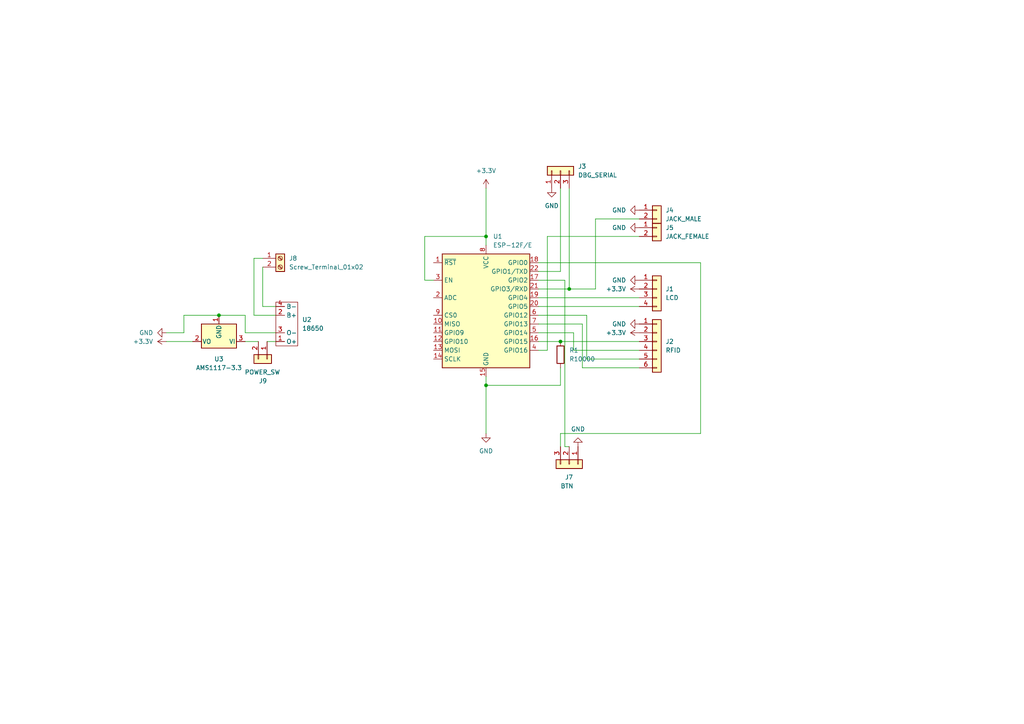
<source format=kicad_sch>
(kicad_sch (version 20230121) (generator eeschema)
  (paper "A4")
  (lib_symbols
    (symbol "18650:18650"
      (property "Reference" "U" (at -8.89 -5.08 0))
      (property "Value" "18650" (at -5.08 -5.08 0))
      (symbol "18650_0_1"
        (rectangle (start -8.89 -6.35) (end -2.54 -19.05))
      )
      (symbol "18650_1_1"
        (pin output line (at -8.89 -17.78 0) (length 2.54) (name "O+") (number "1"))
        (pin input line (at -8.89 -10.16 0) (length 2.54) (name "B+") (number "2"))
        (pin output line (at -8.89 -15.24 0) (length 2.54) (name "O-") (number "3"))
        (pin input line (at -8.89 -7.62 0) (length 2.54) (name "B-") (number "4"))
      )
    )
    (symbol "Connector:Screw_Terminal_01x02" (pin_names (offset 1.016) hide)
      (property "Reference" "J" (at 0 2.54 0))
      (property "Value" "Screw_Terminal_01x02" (at 0 -5.08 0))
      (symbol "Screw_Terminal_01x02_1_1"
        (rectangle (start -1.27 1.27) (end 1.27 -3.81) (stroke (width 0.254)) (fill (type background)))
        (circle (center 0 -2.54) (radius 0.635) (stroke (width 0.1524)))
        (polyline (pts (xy -0.5334 -2.2098) (xy 0.3302 -3.048)) (stroke (width 0.1524)))
        (polyline (pts (xy -0.5334 0.3302) (xy 0.3302 -0.508)) (stroke (width 0.1524)))
        (polyline (pts (xy -0.3556 -2.032) (xy 0.508 -2.8702)) (stroke (width 0.1524)))
        (polyline (pts (xy -0.3556 0.508) (xy 0.508 -0.3302)) (stroke (width 0.1524)))
        (circle (center 0 0) (radius 0.635) (stroke (width 0.1524)))
        (pin passive line (at -5.08 0 0) (length 3.81) (name "Pin_1") (number "1"))
        (pin passive line (at -5.08 -2.54 0) (length 3.81) (name "Pin_2") (number "2"))
      )
    )
    (symbol "Connector_Generic:Conn_01x02" (pin_names (offset 1.016) hide)
      (property "Reference" "J" (at 0 2.54 0))
      (property "Value" "Conn_01x02" (at 0 -5.08 0))
      (symbol "Conn_01x02_1_1"
        (rectangle (start -1.27 -2.413) (end 0 -2.667) (stroke (width 0.1524)))
        (rectangle (start -1.27 0.127) (end 0 -0.127) (stroke (width 0.1524)))
        (rectangle (start -1.27 1.27) (end 1.27 -3.81) (stroke (width 0.254)) (fill (type background)))
        (pin passive line (at -5.08 0 0) (length 3.81) (name "Pin_1") (number "1"))
        (pin passive line (at -5.08 -2.54 0) (length 3.81) (name "Pin_2") (number "2"))
      )
    )
    (symbol "Connector_Generic:Conn_01x03" (pin_names (offset 1.016) hide)
      (property "Reference" "J" (at 0 5.08 0))
      (property "Value" "Conn_01x03" (at 0 -5.08 0))
      (symbol "Conn_01x03_1_1"
        (rectangle (start -1.27 -2.413) (end 0 -2.667) (stroke (width 0.1524)))
        (rectangle (start -1.27 0.127) (end 0 -0.127) (stroke (width 0.1524)))
        (rectangle (start -1.27 2.667) (end 0 2.413) (stroke (width 0.1524)))
        (rectangle (start -1.27 3.81) (end 1.27 -3.81) (stroke (width 0.254)) (fill (type background)))
        (pin passive line (at -5.08 2.54 0) (length 3.81) (name "Pin_1") (number "1"))
        (pin passive line (at -5.08 0 0) (length 3.81) (name "Pin_2") (number "2"))
        (pin passive line (at -5.08 -2.54 0) (length 3.81) (name "Pin_3") (number "3"))
      )
    )
    (symbol "Connector_Generic:Conn_01x04" (pin_names (offset 1.016) hide)
      (property "Reference" "J" (at 0 5.08 0))
      (property "Value" "Conn_01x04" (at 0 -7.62 0))
      (symbol "Conn_01x04_1_1"
        (rectangle (start -1.27 -4.953) (end 0 -5.207) (stroke (width 0.1524)))
        (rectangle (start -1.27 -2.413) (end 0 -2.667) (stroke (width 0.1524)))
        (rectangle (start -1.27 0.127) (end 0 -0.127) (stroke (width 0.1524)))
        (rectangle (start -1.27 2.667) (end 0 2.413) (stroke (width 0.1524)))
        (rectangle (start -1.27 3.81) (end 1.27 -6.35) (stroke (width 0.254)) (fill (type background)))
        (pin passive line (at -5.08 2.54 0) (length 3.81) (name "Pin_1") (number "1"))
        (pin passive line (at -5.08 0 0) (length 3.81) (name "Pin_2") (number "2"))
        (pin passive line (at -5.08 -2.54 0) (length 3.81) (name "Pin_3") (number "3"))
        (pin passive line (at -5.08 -5.08 0) (length 3.81) (name "Pin_4") (number "4"))
      )
    )
    (symbol "Connector_Generic:Conn_01x06" (pin_names (offset 1.016) hide)
      (property "Reference" "J" (at 0 7.62 0))
      (property "Value" "Conn_01x06" (at 0 -10.16 0))
      (symbol "Conn_01x06_1_1"
        (rectangle (start -1.27 -7.493) (end 0 -7.747) (stroke (width 0.1524)))
        (rectangle (start -1.27 -4.953) (end 0 -5.207) (stroke (width 0.1524)))
        (rectangle (start -1.27 -2.413) (end 0 -2.667) (stroke (width 0.1524)))
        (rectangle (start -1.27 0.127) (end 0 -0.127) (stroke (width 0.1524)))
        (rectangle (start -1.27 2.667) (end 0 2.413) (stroke (width 0.1524)))
        (rectangle (start -1.27 5.207) (end 0 4.953) (stroke (width 0.1524)))
        (rectangle (start -1.27 6.35) (end 1.27 -8.89) (stroke (width 0.254)) (fill (type background)))
        (pin passive line (at -5.08 5.08 0) (length 3.81) (name "Pin_1") (number "1"))
        (pin passive line (at -5.08 2.54 0) (length 3.81) (name "Pin_2") (number "2"))
        (pin passive line (at -5.08 0 0) (length 3.81) (name "Pin_3") (number "3"))
        (pin passive line (at -5.08 -2.54 0) (length 3.81) (name "Pin_4") (number "4"))
        (pin passive line (at -5.08 -5.08 0) (length 3.81) (name "Pin_5") (number "5"))
        (pin passive line (at -5.08 -7.62 0) (length 3.81) (name "Pin_6") (number "6"))
      )
    )
    (symbol "Device:R" (pin_numbers hide) (pin_names (offset 0))
      (property "Reference" "R" (at 2.032 0 90))
      (property "Value" "R" (at 0 0 90))
      (symbol "R_0_1"
        (rectangle (start -1.016 -2.54) (end 1.016 2.54) (stroke (width 0.254)))
      )
      (symbol "R_1_1"
        (pin passive line (at 0 3.81 270) (length 1.27) (name "~") (number "1"))
        (pin passive line (at 0 -3.81 90) (length 1.27) (name "~") (number "2"))
      )
    )
    (symbol "RF_Module:ESP-12F"
      (property "Reference" "U" (at -12.7 19.05 0))
      (property "Value" "ESP-12F" (at 12.7 19.05 0))
      (symbol "ESP-12F_0_1"
        (rectangle (start -12.7 17.78) (end 12.7 -15.24) (stroke (width 0.254)) (fill (type background)))
      )
      (symbol "ESP-12F_1_1"
        (pin input line (at -15.24 15.24 0) (length 2.54) (name "~{RST}") (number "1"))
        (pin bidirectional line (at -15.24 -2.54 0) (length 2.54) (name "MISO") (number "10"))
        (pin bidirectional line (at -15.24 -5.08 0) (length 2.54) (name "GPIO9") (number "11"))
        (pin bidirectional line (at -15.24 -7.62 0) (length 2.54) (name "GPIO10") (number "12"))
        (pin bidirectional line (at -15.24 -10.16 0) (length 2.54) (name "MOSI") (number "13"))
        (pin bidirectional line (at -15.24 -12.7 0) (length 2.54) (name "SCLK") (number "14"))
        (pin power_in line (at 0 -17.78 90) (length 2.54) (name "GND") (number "15"))
        (pin bidirectional line (at 15.24 -7.62 180) (length 2.54) (name "GPIO15") (number "16"))
        (pin bidirectional line (at 15.24 10.16 180) (length 2.54) (name "GPIO2") (number "17"))
        (pin bidirectional line (at 15.24 15.24 180) (length 2.54) (name "GPIO0") (number "18"))
        (pin bidirectional line (at 15.24 5.08 180) (length 2.54) (name "GPIO4") (number "19"))
        (pin input line (at -15.24 5.08 0) (length 2.54) (name "ADC") (number "2"))
        (pin bidirectional line (at 15.24 2.54 180) (length 2.54) (name "GPIO5") (number "20"))
        (pin bidirectional line (at 15.24 7.62 180) (length 2.54) (name "GPIO3/RXD") (number "21"))
        (pin bidirectional line (at 15.24 12.7 180) (length 2.54) (name "GPIO1/TXD") (number "22"))
        (pin input line (at -15.24 10.16 0) (length 2.54) (name "EN") (number "3"))
        (pin bidirectional line (at 15.24 -10.16 180) (length 2.54) (name "GPIO16") (number "4"))
        (pin bidirectional line (at 15.24 -5.08 180) (length 2.54) (name "GPIO14") (number "5"))
        (pin bidirectional line (at 15.24 0 180) (length 2.54) (name "GPIO12") (number "6"))
        (pin bidirectional line (at 15.24 -2.54 180) (length 2.54) (name "GPIO13") (number "7"))
        (pin power_in line (at 0 20.32 270) (length 2.54) (name "VCC") (number "8"))
        (pin input line (at -15.24 0 0) (length 2.54) (name "CS0") (number "9"))
      )
    )
    (symbol "Regulator_Linear:AMS1117-3.3" (pin_names (offset 0.254))
      (property "Reference" "U" (at -3.81 3.175 0))
      (property "Value" "AMS1117-3.3" (at 0 3.175 0))
      (symbol "AMS1117-3.3_0_1"
        (rectangle (start -5.08 -5.08) (end 5.08 1.905) (stroke (width 0.254)) (fill (type background)))
      )
      (symbol "AMS1117-3.3_1_1"
        (pin power_in line (at 0 -7.62 90) (length 2.54) (name "GND") (number "1"))
        (pin power_out line (at 7.62 0 180) (length 2.54) (name "VO") (number "2"))
        (pin power_in line (at -7.62 0 0) (length 2.54) (name "VI") (number "3"))
      )
    )
    (symbol "power:+3.3V" (power) (pin_names (offset 0))
      (property "Value" "+3.3V" (at 0 3.556 0))
      (symbol "+3.3V_0_1"
        (polyline (pts (xy -0.762 1.27) (xy 0 2.54)))
        (polyline (pts (xy 0 0) (xy 0 2.54)))
        (polyline (pts (xy 0 2.54) (xy 0.762 1.27)))
      )
      (symbol "+3.3V_1_1"
        (pin power_in line (at 0 0 90) (length 0) hide (name "+3.3V") (number "1"))
      )
    )
    (symbol "power:GND" (power) (pin_names (offset 0))
      (property "Value" "GND" (at 0 -3.81 0))
      (symbol "GND_0_1"
        (polyline (pts (xy 0 0) (xy 0 -1.27) (xy 1.27 -1.27) (xy 0 -2.54) (xy -1.27 -1.27) (xy 0 -1.27)))
      )
      (symbol "GND_1_1"
        (pin power_in line (at 0 0 270) (length 0) hide (name "GND") (number "1"))
      )
    )
  )
  (junction (at 140.97 68.58))
  (junction (at 165.1 83.82))
  (junction (at 162.56 99.06))
  (junction (at 63.5 91.44))
  (junction (at 140.97 111.76))
  (wire (pts (xy 80.01 96.52) (xy 71.12 96.52)))
  (wire (pts (xy 163.83 129.54) (xy 165.1 129.54)))
  (wire (pts (xy 156.21 81.28) (xy 163.83 81.28)))
  (wire (pts (xy 140.97 109.22) (xy 140.97 111.76)))
  (wire (pts (xy 53.34 91.44) (xy 53.34 96.52)))
  (wire (pts (xy 73.66 91.44) (xy 73.66 74.93)))
  (wire (pts (xy 156.21 93.98) (xy 168.91 93.98)))
  (wire (pts (xy 170.18 104.14) (xy 170.18 91.44)))
  (wire (pts (xy 166.37 101.6) (xy 166.37 96.52)))
  (wire (pts (xy 203.2 125.73) (xy 203.2 76.2)))
  (wire (pts (xy 123.19 81.28) (xy 123.19 68.58)))
  (wire (pts (xy 48.26 99.06) (xy 55.88 99.06)))
  (wire (pts (xy 63.5 91.44) (xy 53.34 91.44)))
  (wire (pts (xy 162.56 125.73) (xy 162.56 129.54)))
  (wire (pts (xy 170.18 104.14) (xy 185.42 104.14)))
  (wire (pts (xy 140.97 54.61) (xy 140.97 68.58)))
  (wire (pts (xy 162.56 54.61) (xy 162.56 78.74)))
  (wire (pts (xy 77.47 99.06) (xy 80.01 99.06)))
  (wire (pts (xy 80.01 91.44) (xy 73.66 91.44)))
  (wire (pts (xy 168.91 106.68) (xy 168.91 93.98)))
  (wire (pts (xy 156.21 101.6) (xy 158.75 101.6)))
  (wire (pts (xy 156.21 88.9) (xy 185.42 88.9)))
  (wire (pts (xy 123.19 68.58) (xy 140.97 68.58)))
  (wire (pts (xy 125.73 81.28) (xy 123.19 81.28)))
  (wire (pts (xy 170.18 91.44) (xy 156.21 91.44)))
  (wire (pts (xy 48.26 96.52) (xy 53.34 96.52)))
  (wire (pts (xy 156.21 86.36) (xy 185.42 86.36)))
  (wire (pts (xy 172.72 63.5) (xy 185.42 63.5)))
  (wire (pts (xy 162.56 78.74) (xy 156.21 78.74)))
  (wire (pts (xy 203.2 76.2) (xy 156.21 76.2)))
  (wire (pts (xy 76.2 88.9) (xy 80.01 88.9)))
  (wire (pts (xy 140.97 111.76) (xy 162.56 111.76)))
  (wire (pts (xy 76.2 77.47) (xy 76.2 88.9)))
  (wire (pts (xy 162.56 99.06) (xy 185.42 99.06)))
  (wire (pts (xy 73.66 74.93) (xy 76.2 74.93)))
  (wire (pts (xy 168.91 106.68) (xy 185.42 106.68)))
  (wire (pts (xy 158.75 101.6) (xy 158.75 68.58)))
  (wire (pts (xy 156.21 99.06) (xy 162.56 99.06)))
  (wire (pts (xy 166.37 96.52) (xy 156.21 96.52)))
  (wire (pts (xy 166.37 101.6) (xy 185.42 101.6)))
  (wire (pts (xy 71.12 96.52) (xy 71.12 91.44)))
  (wire (pts (xy 71.12 99.06) (xy 74.93 99.06)))
  (wire (pts (xy 165.1 83.82) (xy 172.72 83.82)))
  (wire (pts (xy 165.1 83.82) (xy 156.21 83.82)))
  (wire (pts (xy 172.72 63.5) (xy 172.72 83.82)))
  (wire (pts (xy 165.1 54.61) (xy 165.1 83.82)))
  (wire (pts (xy 158.75 68.58) (xy 185.42 68.58)))
  (wire (pts (xy 140.97 111.76) (xy 140.97 125.73)))
  (wire (pts (xy 162.56 106.68) (xy 162.56 111.76)))
  (wire (pts (xy 140.97 68.58) (xy 140.97 71.12)))
  (wire (pts (xy 162.56 125.73) (xy 203.2 125.73)))
  (wire (pts (xy 71.12 91.44) (xy 63.5 91.44)))
  (wire (pts (xy 163.83 81.28) (xy 163.83 129.54)))
  (symbol (lib_id "power:GND") (at 140.97 125.73 0) (unit 1)
    (property "Reference" "#PWR0101" (effects hide))
    (property "Value" "GND" (at 140.97 130.81 0))
  )
  (symbol (lib_id "power:+3.3V") (at 48.26 99.06 90) (unit 1)
    (property "Reference" "#PWR0111" (effects hide))
    (property "Value" "+3.3V" (at 44.45 99.0599 90) (effects (justify left)))
  )
  (symbol (lib_id "power:+3.3V") (at 140.97 54.61 0) (unit 1)
    (property "Reference" "#PWR0103" (effects hide))
    (property "Value" "+3.3V" (at 140.97 49.53 0))
  )
  (symbol (lib_id "Connector_Generic:Conn_01x06") (at 190.5 99.06 0) (unit 1)
    (property "Reference" "J2" (at 193.04 99.0599 0) (effects (justify left)))
    (property "Value" "RFID" (at 193.04 101.5999 0) (effects (justify left)))
    (property "Footprint" "Connector_PinHeader_2.54mm:PinHeader_1x06_P2.54mm_Vertical" (effects hide))
  )
  (symbol (lib_id "Connector_Generic:Conn_01x02") (at 77.47 104.14 270) (unit 1)
    (property "Reference" "J9" (at 77.47 110.49 90) (effects (justify right)))
    (property "Value" "POWER_SW" (at 81.28 107.95 90) (effects (justify right)))
    (property "Footprint" "Connector_PinHeader_2.54mm:PinHeader_1x02_P2.54mm_Vertical" (effects hide))
  )
  (symbol (lib_id "RF_Module:ESP-12F") (at 140.97 91.44 0) (unit 1)
    (property "Reference" "U1" (at 142.9894 68.58 0) (effects (justify left)))
    (property "Value" "ESP-12F/E" (at 142.9894 71.12 0) (effects (justify left)))
    (property "Footprint" "RF_Module:ESP-12E" (effects hide))
    (property "Datasheet" "http://wiki.ai-thinker.com/_media/esp8266/esp8266_series_modules_user_manual_v1.1.pdf" (effects hide))
  )
  (symbol (lib_id "power:+3.3V") (at 185.42 83.82 90) (unit 1)
    (property "Reference" "#PWR0105" (effects hide))
    (property "Value" "+3.3V" (at 181.61 83.8199 90) (effects (justify left)))
  )
  (symbol (lib_id "power:GND") (at 160.02 54.61 0) (unit 1)
    (property "Reference" "#PWR0102" (effects hide))
    (property "Value" "GND" (at 160.02 59.69 0))
  )
  (symbol (lib_id "power:GND") (at 185.42 60.96 270) (unit 1)
    (property "Reference" "#PWR0108" (effects hide))
    (property "Value" "GND" (at 181.61 60.9599 90) (effects (justify right)))
  )
  (symbol (lib_id "power:GND") (at 48.26 96.52 270) (unit 1)
    (property "Reference" "#PWR0110" (effects hide))
    (property "Value" "GND" (at 44.45 96.5199 90) (effects (justify right)))
  )
  (symbol (lib_id "Connector_Generic:Conn_01x03") (at 165.1 134.62 270) (unit 1)
    (property "Reference" "J7" (at 163.83 138.43 90) (effects (justify left)))
    (property "Value" "BTN" (at 162.56 140.97 90) (effects (justify left)))
    (property "Footprint" "Connector_PinHeader_2.54mm:PinHeader_1x03_P2.54mm_Vertical" (effects hide))
  )
  (symbol (lib_id "power:GND") (at 185.42 81.28 270) (unit 1)
    (property "Reference" "#PWR0107" (effects hide))
    (property "Value" "GND" (at 181.61 81.2799 90) (effects (justify right)))
  )
  (symbol (lib_id "Connector_Generic:Conn_01x03") (at 162.56 49.53 90) (unit 1)
    (property "Reference" "J3" (at 167.64 48.2599 90) (effects (justify right)))
    (property "Value" "DBG_SERIAL" (at 167.64 50.7999 90) (effects (justify right)))
    (property "Footprint" "Connector_PinHeader_2.54mm:PinHeader_1x03_P2.54mm_Vertical" (effects hide))
  )
  (symbol (lib_id "Connector_Generic:Conn_01x04") (at 190.5 83.82 0) (unit 1)
    (property "Reference" "J1" (at 193.04 83.8199 0) (effects (justify left)))
    (property "Value" "LCD" (at 193.04 86.3599 0) (effects (justify left)))
    (property "Footprint" "Connector_PinHeader_2.54mm:PinHeader_1x04_P2.54mm_Vertical" (effects hide))
  )
  (symbol (lib_id "power:GND") (at 185.42 66.04 270) (unit 1)
    (property "Reference" "#PWR0109" (effects hide))
    (property "Value" "GND" (at 181.61 66.0399 90) (effects (justify right)))
  )
  (symbol (lib_id "Connector_Generic:Conn_01x02") (at 190.5 60.96 0) (unit 1)
    (property "Reference" "J4" (at 193.04 60.9599 0) (effects (justify left)))
    (property "Value" "JACK_MALE" (at 193.04 63.4999 0) (effects (justify left)))
    (property "Footprint" "Connector_PinHeader_2.54mm:PinHeader_1x02_P2.54mm_Vertical" (effects hide))
  )
  (symbol (lib_id "Connector:Screw_Terminal_01x02") (at 81.28 74.93 0) (unit 1)
    (property "Reference" "J8" (at 83.82 74.9299 0) (effects (justify left)))
    (property "Value" "Screw_Terminal_01x02" (at 83.82 77.4699 0) (effects (justify left)))
    (property "Footprint" "TerminalBlock_4Ucon:TerminalBlock_4Ucon_1x02_P3.50mm_Horizontal" (effects hide))
  )
  (symbol (lib_id "Device:R") (at 162.56 102.87 0) (unit 1)
    (property "Reference" "R1" (at 165.1 101.5999 0) (effects (justify left)))
    (property "Value" "R10000" (at 165.1 104.1399 0) (effects (justify left)))
    (property "Footprint" "Resistor_THT:R_Axial_DIN0204_L3.6mm_D1.6mm_P7.62mm_Horizontal" (effects hide))
  )
  (symbol (lib_id "Regulator_Linear:AMS1117-3.3") (at 63.5 99.06 180) (unit 1)
    (property "Reference" "U3" (at 63.5 104.14 0))
    (property "Value" "AMS1117-3.3" (at 63.5 106.68 0))
    (property "Footprint" "Package_TO_SOT_SMD:SOT-223-3_TabPin2" (effects hide))
    (property "Datasheet" "http://www.advanced-monolithic.com/pdf/ds1117.pdf" (effects hide))
  )
  (symbol (lib_id "power:GND") (at 185.42 93.98 270) (unit 1)
    (property "Reference" "#PWR0104" (effects hide))
    (property "Value" "GND" (at 181.61 93.9799 90) (effects (justify right)))
  )
  (symbol (lib_id "power:+3.3V") (at 185.42 96.52 90) (unit 1)
    (property "Reference" "#PWR0106" (effects hide))
    (property "Value" "+3.3V" (at 181.61 96.5199 90) (effects (justify left)))
  )
  (symbol (lib_id "power:GND") (at 167.64 129.54 180) (unit 1)
    (property "Reference" "#PWR0112" (effects hide))
    (property "Value" "GND" (at 167.64 124.46 0))
  )
  (symbol (lib_id "18650:18650") (at 88.9 81.28 0) (unit 1)
    (property "Reference" "U2" (at 87.63 92.7099 0) (effects (justify left)))
    (property "Value" "18650" (at 87.63 95.2499 0) (effects (justify left)))
    (property "Footprint" "18650:18650usbc" (effects hide))
  )
  (symbol (lib_id "Connector_Generic:Conn_01x02") (at 190.5 66.04 0) (unit 1)
    (property "Reference" "J5" (at 193.04 66.0399 0) (effects (justify left)))
    (property "Value" "JACK_FEMALE" (at 193.04 68.5799 0) (effects (justify left)))
    (property "Footprint" "Connector_PinHeader_2.54mm:PinHeader_1x02_P2.54mm_Vertical" (effects hide))
  )
)
</source>
